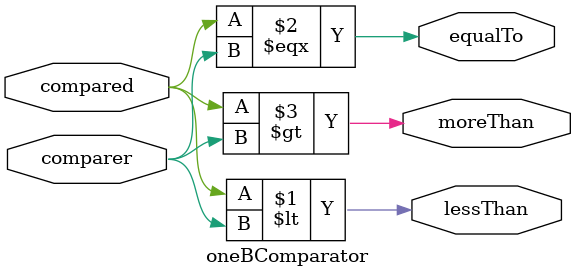
<source format=sv>
module oneBComparator (input wire compared,comparer, output wire lessThan,equalTo,moreThan);
  assign lessThan = (compared < comparer);
  assign equalTo = (compared === comparer);
  assign moreThan = (compared > comparer);
endmodule
</source>
